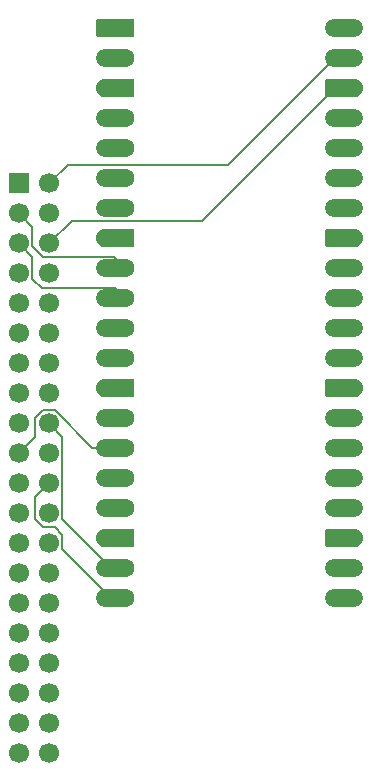
<source format=gtl>
%TF.GenerationSoftware,KiCad,Pcbnew,9.0.3*%
%TF.CreationDate,2025-08-16T09:01:17+02:00*%
%TF.ProjectId,PicoCalcPiZero,5069636f-4361-46c6-9350-695a65726f2e,rev?*%
%TF.SameCoordinates,Original*%
%TF.FileFunction,Copper,L1,Top*%
%TF.FilePolarity,Positive*%
%FSLAX46Y46*%
G04 Gerber Fmt 4.6, Leading zero omitted, Abs format (unit mm)*
G04 Created by KiCad (PCBNEW 9.0.3) date 2025-08-16 09:01:17*
%MOMM*%
%LPD*%
G01*
G04 APERTURE LIST*
G04 Aperture macros list*
%AMRoundRect*
0 Rectangle with rounded corners*
0 $1 Rounding radius*
0 $2 $3 $4 $5 $6 $7 $8 $9 X,Y pos of 4 corners*
0 Add a 4 corners polygon primitive as box body*
4,1,4,$2,$3,$4,$5,$6,$7,$8,$9,$2,$3,0*
0 Add four circle primitives for the rounded corners*
1,1,$1+$1,$2,$3*
1,1,$1+$1,$4,$5*
1,1,$1+$1,$6,$7*
1,1,$1+$1,$8,$9*
0 Add four rect primitives between the rounded corners*
20,1,$1+$1,$2,$3,$4,$5,0*
20,1,$1+$1,$4,$5,$6,$7,0*
20,1,$1+$1,$6,$7,$8,$9,0*
20,1,$1+$1,$8,$9,$2,$3,0*%
%AMFreePoly0*
4,1,37,0.800000,0.796148,0.878414,0.796148,1.032228,0.765552,1.177117,0.705537,1.307515,0.618408,1.418408,0.507515,1.505537,0.377117,1.565552,0.232228,1.596148,0.078414,1.596148,-0.078414,1.565552,-0.232228,1.505537,-0.377117,1.418408,-0.507515,1.307515,-0.618408,1.177117,-0.705537,1.032228,-0.765552,0.878414,-0.796148,0.800000,-0.796148,0.800000,-0.800000,-1.400000,-0.800000,
-1.403843,-0.796157,-1.439018,-0.796157,-1.511114,-0.766294,-1.566294,-0.711114,-1.596157,-0.639018,-1.596157,-0.603843,-1.600000,-0.600000,-1.600000,0.600000,-1.596157,0.603843,-1.596157,0.639018,-1.566294,0.711114,-1.511114,0.766294,-1.439018,0.796157,-1.403843,0.796157,-1.400000,0.800000,0.800000,0.800000,0.800000,0.796148,0.800000,0.796148,$1*%
%AMFreePoly1*
4,1,37,1.403843,0.796157,1.439018,0.796157,1.511114,0.766294,1.566294,0.711114,1.596157,0.639018,1.596157,0.603843,1.600000,0.600000,1.600000,-0.600000,1.596157,-0.603843,1.596157,-0.639018,1.566294,-0.711114,1.511114,-0.766294,1.439018,-0.796157,1.403843,-0.796157,1.400000,-0.800000,-0.800000,-0.800000,-0.800000,-0.796148,-0.878414,-0.796148,-1.032228,-0.765552,-1.177117,-0.705537,
-1.307515,-0.618408,-1.418408,-0.507515,-1.505537,-0.377117,-1.565552,-0.232228,-1.596148,-0.078414,-1.596148,0.078414,-1.565552,0.232228,-1.505537,0.377117,-1.418408,0.507515,-1.307515,0.618408,-1.177117,0.705537,-1.032228,0.765552,-0.878414,0.796148,-0.800000,0.796148,-0.800000,0.800000,1.400000,0.800000,1.403843,0.796157,1.403843,0.796157,$1*%
%AMFreePoly2*
4,1,37,0.603843,0.796157,0.639018,0.796157,0.711114,0.766294,0.766294,0.711114,0.796157,0.639018,0.796157,0.603843,0.800000,0.600000,0.800000,-0.600000,0.796157,-0.603843,0.796157,-0.639018,0.766294,-0.711114,0.711114,-0.766294,0.639018,-0.796157,0.603843,-0.796157,0.600000,-0.800000,0.000000,-0.800000,0.000000,-0.796148,-0.078414,-0.796148,-0.232228,-0.765552,-0.377117,-0.705537,
-0.507515,-0.618408,-0.618408,-0.507515,-0.705537,-0.377117,-0.765552,-0.232228,-0.796148,-0.078414,-0.796148,0.078414,-0.765552,0.232228,-0.705537,0.377117,-0.618408,0.507515,-0.507515,0.618408,-0.377117,0.705537,-0.232228,0.765552,-0.078414,0.796148,0.000000,0.796148,0.000000,0.800000,0.600000,0.800000,0.603843,0.796157,0.603843,0.796157,$1*%
%AMFreePoly3*
4,1,37,0.000000,0.796148,0.078414,0.796148,0.232228,0.765552,0.377117,0.705537,0.507515,0.618408,0.618408,0.507515,0.705537,0.377117,0.765552,0.232228,0.796148,0.078414,0.796148,-0.078414,0.765552,-0.232228,0.705537,-0.377117,0.618408,-0.507515,0.507515,-0.618408,0.377117,-0.705537,0.232228,-0.765552,0.078414,-0.796148,0.000000,-0.796148,0.000000,-0.800000,-0.600000,-0.800000,
-0.603843,-0.796157,-0.639018,-0.796157,-0.711114,-0.766294,-0.766294,-0.711114,-0.796157,-0.639018,-0.796157,-0.603843,-0.800000,-0.600000,-0.800000,0.600000,-0.796157,0.603843,-0.796157,0.639018,-0.766294,0.711114,-0.711114,0.766294,-0.639018,0.796157,-0.603843,0.796157,-0.600000,0.800000,0.000000,0.800000,0.000000,0.796148,0.000000,0.796148,$1*%
G04 Aperture macros list end*
%TA.AperFunction,SMDPad,CuDef*%
%ADD10FreePoly0,0.000000*%
%TD*%
%TA.AperFunction,ComponentPad*%
%ADD11RoundRect,0.200000X-0.600000X-0.600000X0.600000X-0.600000X0.600000X0.600000X-0.600000X0.600000X0*%
%TD*%
%TA.AperFunction,SMDPad,CuDef*%
%ADD12RoundRect,0.800000X-0.800000X-0.000010X0.800000X-0.000010X0.800000X0.000010X-0.800000X0.000010X0*%
%TD*%
%TA.AperFunction,ComponentPad*%
%ADD13C,1.600000*%
%TD*%
%TA.AperFunction,SMDPad,CuDef*%
%ADD14FreePoly1,0.000000*%
%TD*%
%TA.AperFunction,ComponentPad*%
%ADD15FreePoly2,0.000000*%
%TD*%
%TA.AperFunction,ComponentPad*%
%ADD16FreePoly3,0.000000*%
%TD*%
%TA.AperFunction,ComponentPad*%
%ADD17R,1.700000X1.700000*%
%TD*%
%TA.AperFunction,ComponentPad*%
%ADD18C,1.700000*%
%TD*%
%TA.AperFunction,Conductor*%
%ADD19C,0.200000*%
%TD*%
G04 APERTURE END LIST*
D10*
%TO.P,A1,1,GPIO0*%
%TO.N,unconnected-(A1-GPIO0-Pad1)*%
X102620000Y-65740000D03*
D11*
X103420000Y-65740000D03*
D12*
%TO.P,A1,2,GPIO1*%
%TO.N,unconnected-(A1-GPIO1-Pad2)*%
X102620000Y-68280000D03*
D13*
X103420000Y-68280000D03*
D14*
%TO.P,A1,3,GND*%
%TO.N,GND*%
X102620000Y-70820000D03*
D15*
X103420000Y-70820000D03*
D12*
%TO.P,A1,4,GPIO2*%
%TO.N,unconnected-(A1-GPIO2-Pad4)*%
X102620000Y-73360000D03*
D13*
X103420000Y-73360000D03*
D12*
%TO.P,A1,5,GPIO3*%
%TO.N,unconnected-(A1-GPIO3-Pad5)*%
X102620000Y-75900000D03*
D13*
X103420000Y-75900000D03*
D12*
%TO.P,A1,6,GPIO4*%
%TO.N,unconnected-(A1-GPIO4-Pad6)*%
X102620000Y-78440000D03*
D13*
X103420000Y-78440000D03*
D12*
%TO.P,A1,7,GPIO5*%
%TO.N,unconnected-(A1-GPIO5-Pad7)*%
X102620000Y-80980000D03*
D13*
X103420000Y-80980000D03*
D14*
%TO.P,A1,8,GND*%
%TO.N,GND*%
X102620000Y-83520000D03*
D15*
X103420000Y-83520000D03*
D12*
%TO.P,A1,9,GPIO6*%
%TO.N,I2C1_SDA*%
X102620000Y-86060000D03*
D13*
X103420000Y-86060000D03*
D12*
%TO.P,A1,10,GPIO7*%
%TO.N,I2C1_SCL*%
X102620000Y-88600000D03*
D13*
X103420000Y-88600000D03*
D12*
%TO.P,A1,11,GPIO8*%
%TO.N,unconnected-(A1-GPIO8-Pad11)*%
X102620000Y-91140000D03*
D13*
X103420000Y-91140000D03*
D12*
%TO.P,A1,12,GPIO9*%
%TO.N,unconnected-(A1-GPIO9-Pad12)*%
X102620000Y-93680000D03*
D13*
X103420000Y-93680000D03*
D14*
%TO.P,A1,13,GND*%
%TO.N,GND*%
X102620000Y-96220000D03*
D15*
X103420000Y-96220000D03*
D12*
%TO.P,A1,14,GPIO10*%
%TO.N,SPI1_SCK*%
X102620000Y-98760000D03*
D13*
X103420000Y-98760000D03*
D12*
%TO.P,A1,15,GPIO11*%
%TO.N,SPI1_TX*%
X102620000Y-101300000D03*
D13*
X103420000Y-101300000D03*
D12*
%TO.P,A1,16,GPIO12*%
%TO.N,unconnected-(A1-GPIO12-Pad16)*%
X102620000Y-103840000D03*
D13*
X103420000Y-103840000D03*
D12*
%TO.P,A1,17,GPIO13*%
%TO.N,SPI1_CS*%
X102620000Y-106380000D03*
D13*
X103420000Y-106380000D03*
D14*
%TO.P,A1,18,GND*%
%TO.N,GND*%
X102620000Y-108920000D03*
D15*
X103420000Y-108920000D03*
D12*
%TO.P,A1,19,GPIO14*%
%TO.N,LCD_DC*%
X102620000Y-111460000D03*
D13*
X103420000Y-111460000D03*
D12*
%TO.P,A1,20,GPIO15*%
%TO.N,LCD_RST*%
X102620000Y-114000000D03*
D13*
X103420000Y-114000000D03*
%TO.P,A1,21,GPIO16*%
%TO.N,unconnected-(A1-GPIO16-Pad21)*%
X121200000Y-114000000D03*
D12*
X122000000Y-114000000D03*
D13*
%TO.P,A1,22,GPIO17*%
%TO.N,unconnected-(A1-GPIO17-Pad22)*%
X121200000Y-111460000D03*
D12*
X122000000Y-111460000D03*
D16*
%TO.P,A1,23,GND*%
%TO.N,GND*%
X121200000Y-108920000D03*
D10*
X122000000Y-108920000D03*
D13*
%TO.P,A1,24,GPIO18*%
%TO.N,unconnected-(A1-GPIO18-Pad24)*%
X121200000Y-106380000D03*
D12*
X122000000Y-106380000D03*
D13*
%TO.P,A1,25,GPIO19*%
%TO.N,unconnected-(A1-GPIO19-Pad25)*%
X121200000Y-103840000D03*
D12*
X122000000Y-103840000D03*
D13*
%TO.P,A1,26,GPIO20*%
%TO.N,unconnected-(A1-GPIO20-Pad26)*%
X121200000Y-101300000D03*
D12*
X122000000Y-101300000D03*
D13*
%TO.P,A1,27,GPIO21*%
%TO.N,unconnected-(A1-GPIO21-Pad27)*%
X121200000Y-98760000D03*
D12*
X122000000Y-98760000D03*
D16*
%TO.P,A1,28,GND*%
%TO.N,GND*%
X121200000Y-96220000D03*
D10*
X122000000Y-96220000D03*
D13*
%TO.P,A1,29,GPIO22*%
%TO.N,unconnected-(A1-GPIO22-Pad29)*%
X121200000Y-93680000D03*
D12*
X122000000Y-93680000D03*
D13*
%TO.P,A1,30,RUN*%
%TO.N,unconnected-(A1-RUN-Pad30)*%
X121200000Y-91140000D03*
D12*
X122000000Y-91140000D03*
D13*
%TO.P,A1,31,GPIO26_ADC0*%
%TO.N,PWM_R*%
X121200000Y-88600000D03*
D12*
X122000000Y-88600000D03*
D13*
%TO.P,A1,32,GPIO27_ADC1*%
%TO.N,PWM_L*%
X121200000Y-86060000D03*
D12*
X122000000Y-86060000D03*
D16*
%TO.P,A1,33,AGND*%
%TO.N,unconnected-(A1-AGND-Pad33)*%
X121200000Y-83520000D03*
D10*
X122000000Y-83520000D03*
D13*
%TO.P,A1,34,GPIO28_ADC2*%
%TO.N,unconnected-(A1-GPIO28_ADC2-Pad34)*%
X121200000Y-80980000D03*
D12*
X122000000Y-80980000D03*
D13*
%TO.P,A1,35,ADC_VREF*%
%TO.N,unconnected-(A1-ADC_VREF-Pad35)*%
X121200000Y-78440000D03*
D12*
X122000000Y-78440000D03*
D13*
%TO.P,A1,36,3V3*%
%TO.N,unconnected-(A1-3V3-Pad36)*%
X121200000Y-75900000D03*
D12*
X122000000Y-75900000D03*
D13*
%TO.P,A1,37,3V3_EN*%
%TO.N,unconnected-(A1-3V3_EN-Pad37)*%
X121200000Y-73360000D03*
D12*
X122000000Y-73360000D03*
D16*
%TO.P,A1,38,GND*%
%TO.N,GND*%
X121200000Y-70820000D03*
D10*
X122000000Y-70820000D03*
D13*
%TO.P,A1,39,VSYS*%
%TO.N,VSYS*%
X121200000Y-68280000D03*
D12*
X122000000Y-68280000D03*
D13*
%TO.P,A1,40,VBUS*%
%TO.N,unconnected-(A1-VBUS-Pad40)*%
X121200000Y-65740000D03*
D12*
X122000000Y-65740000D03*
%TD*%
D17*
%TO.P,J2,1,3V3*%
%TO.N,Net-(J2-3V3-Pad1)*%
X94460000Y-78920000D03*
D18*
%TO.P,J2,2,5V*%
%TO.N,VSYS*%
X97000000Y-78920000D03*
%TO.P,J2,3,SDA/GPIO2*%
%TO.N,I2C1_SDA*%
X94460000Y-81460000D03*
%TO.P,J2,4,5V*%
%TO.N,VSYS*%
X97000000Y-81460000D03*
%TO.P,J2,5,SCL/GPIO3*%
%TO.N,I2C1_SCL*%
X94460000Y-84000000D03*
%TO.P,J2,6,GND*%
%TO.N,GND*%
X97000000Y-84000000D03*
%TO.P,J2,7,GCLK0/GPIO4*%
%TO.N,unconnected-(J2-GCLK0{slash}GPIO4-Pad7)*%
X94460000Y-86540000D03*
%TO.P,J2,8,GPIO14/TXD*%
%TO.N,unconnected-(J2-GPIO14{slash}TXD-Pad8)*%
X97000000Y-86540000D03*
%TO.P,J2,9,GND*%
%TO.N,GND*%
X94460000Y-89080000D03*
%TO.P,J2,10,GPIO15/RXD*%
%TO.N,unconnected-(J2-GPIO15{slash}RXD-Pad10)*%
X97000000Y-89080000D03*
%TO.P,J2,11,GPIO17*%
%TO.N,unconnected-(J2-GPIO17-Pad11)*%
X94460000Y-91620000D03*
%TO.P,J2,12,GPIO18/PWM0*%
%TO.N,unconnected-(J2-GPIO18{slash}PWM0-Pad12)*%
X97000000Y-91620000D03*
%TO.P,J2,13,GPIO27*%
%TO.N,unconnected-(J2-GPIO27-Pad13)*%
X94460000Y-94160000D03*
%TO.P,J2,14,GND*%
%TO.N,GND*%
X97000000Y-94160000D03*
%TO.P,J2,15,GPIO22*%
%TO.N,unconnected-(J2-GPIO22-Pad15)*%
X94460000Y-96700000D03*
%TO.P,J2,16,GPIO23*%
%TO.N,unconnected-(J2-GPIO23-Pad16)*%
X97000000Y-96700000D03*
%TO.P,J2,17,3V3*%
%TO.N,Net-(J2-3V3-Pad1)*%
X94460000Y-99240000D03*
%TO.P,J2,18,GPIO24*%
%TO.N,LCD_DC*%
X97000000Y-99240000D03*
%TO.P,J2,19,MOSI0/GPIO10*%
%TO.N,SPI1_TX*%
X94460000Y-101780000D03*
%TO.P,J2,20,GND*%
%TO.N,GND*%
X97000000Y-101780000D03*
%TO.P,J2,21,MISO0/GPIO9*%
%TO.N,unconnected-(J2-MISO0{slash}GPIO9-Pad21)*%
X94460000Y-104320000D03*
%TO.P,J2,22,GPIO25*%
%TO.N,LCD_RST*%
X97000000Y-104320000D03*
%TO.P,J2,23,SCLK0/GPIO11*%
%TO.N,SPI1_SCK*%
X94460000Y-106860000D03*
%TO.P,J2,24,~{CE0}/GPIO8*%
%TO.N,SPI1_CS*%
X97000000Y-106860000D03*
%TO.P,J2,25,GND*%
%TO.N,GND*%
X94460000Y-109400000D03*
%TO.P,J2,26,~{CE1}/GPIO7*%
%TO.N,unconnected-(J2-~{CE1}{slash}GPIO7-Pad26)*%
X97000000Y-109400000D03*
%TO.P,J2,27,ID_SD/GPIO0*%
%TO.N,unconnected-(J2-ID_SD{slash}GPIO0-Pad27)*%
X94460000Y-111940000D03*
%TO.P,J2,28,ID_SC/GPIO1*%
%TO.N,unconnected-(J2-ID_SC{slash}GPIO1-Pad28)*%
X97000000Y-111940000D03*
%TO.P,J2,29,GCLK1/GPIO5*%
%TO.N,unconnected-(J2-GCLK1{slash}GPIO5-Pad29)*%
X94460000Y-114480000D03*
%TO.P,J2,30,GND*%
%TO.N,GND*%
X97000000Y-114480000D03*
%TO.P,J2,31,GCLK2/GPIO6*%
%TO.N,unconnected-(J2-GCLK2{slash}GPIO6-Pad31)*%
X94460000Y-117020000D03*
%TO.P,J2,32,PWM0/GPIO12*%
%TO.N,PWM_L*%
X97000000Y-117020000D03*
%TO.P,J2,33,PWM1/GPIO13*%
%TO.N,PWM_R*%
X94460000Y-119560000D03*
%TO.P,J2,34,GND*%
%TO.N,GND*%
X97000000Y-119560000D03*
%TO.P,J2,35,GPIO19/MISO1*%
%TO.N,unconnected-(J2-GPIO19{slash}MISO1-Pad35)*%
X94460000Y-122100000D03*
%TO.P,J2,36,GPIO16*%
%TO.N,unconnected-(J2-GPIO16-Pad36)*%
X97000000Y-122100000D03*
%TO.P,J2,37,GPIO26*%
%TO.N,unconnected-(J2-GPIO26-Pad37)*%
X94460000Y-124640000D03*
%TO.P,J2,38,GPIO20/MOSI1*%
%TO.N,unconnected-(J2-GPIO20{slash}MOSI1-Pad38)*%
X97000000Y-124640000D03*
%TO.P,J2,39,GND*%
%TO.N,GND*%
X94460000Y-127180000D03*
%TO.P,J2,40,GPIO21/SCLK1*%
%TO.N,unconnected-(J2-GPIO21{slash}SCLK1-Pad40)*%
X97000000Y-127180000D03*
%TD*%
D19*
%TO.N,GND*%
X121200000Y-70820000D02*
X109939000Y-82081000D01*
X98919000Y-82081000D02*
X97000000Y-84000000D01*
X109939000Y-82081000D02*
X98919000Y-82081000D01*
%TO.N,LCD_RST*%
X98151000Y-109862370D02*
X98151000Y-108685240D01*
X102288630Y-114000000D02*
X98151000Y-109862370D01*
X96523240Y-108011000D02*
X95849000Y-107336760D01*
X95849000Y-107336760D02*
X95849000Y-105471000D01*
X103420000Y-114000000D02*
X102288630Y-114000000D01*
X97476760Y-108011000D02*
X96523240Y-108011000D01*
X98151000Y-108685240D02*
X97476760Y-108011000D01*
X95849000Y-105471000D02*
X97000000Y-104320000D01*
%TO.N,I2C1_SCL*%
X95611000Y-87016760D02*
X95611000Y-85151000D01*
X96394241Y-87800001D02*
X95611000Y-87016760D01*
X95611000Y-85151000D02*
X94460000Y-84000000D01*
X102620001Y-87800001D02*
X96394241Y-87800001D01*
X103420000Y-88600000D02*
X102620001Y-87800001D01*
%TO.N,VSYS*%
X112141000Y-77339000D02*
X98581000Y-77339000D01*
X98581000Y-77339000D02*
X97000000Y-78920000D01*
X121200000Y-68280000D02*
X112141000Y-77339000D01*
%TO.N,SPI1_TX*%
X100687760Y-101300000D02*
X97476760Y-98089000D01*
X95849000Y-100391000D02*
X94460000Y-101780000D01*
X95849000Y-98763240D02*
X95849000Y-100391000D01*
X96523240Y-98089000D02*
X95849000Y-98763240D01*
X103420000Y-101300000D02*
X100687760Y-101300000D01*
X97476760Y-98089000D02*
X96523240Y-98089000D01*
%TO.N,LCD_DC*%
X98151000Y-107322370D02*
X98151000Y-100391000D01*
X98151000Y-100391000D02*
X97000000Y-99240000D01*
X103420000Y-111460000D02*
X102288630Y-111460000D01*
X102288630Y-111460000D02*
X98151000Y-107322370D01*
%TO.N,I2C1_SDA*%
X103420000Y-86060000D02*
X102511000Y-85151000D01*
X95611000Y-84238760D02*
X95611000Y-82611000D01*
X95611000Y-82611000D02*
X94460000Y-81460000D01*
X102511000Y-85151000D02*
X96523240Y-85151000D01*
X96523240Y-85151000D02*
X95611000Y-84238760D01*
%TD*%
M02*

</source>
